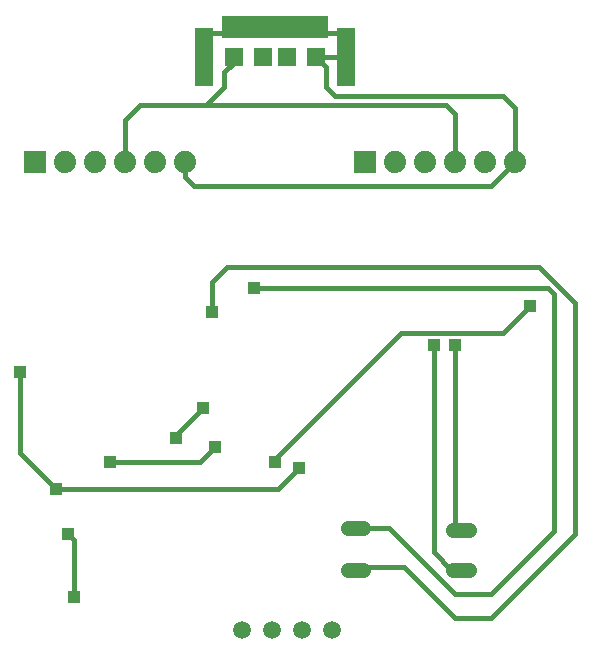
<source format=gbl>
G75*
%MOIN*%
%OFA0B0*%
%FSLAX25Y25*%
%IPPOS*%
%LPD*%
%AMOC8*
5,1,8,0,0,1.08239X$1,22.5*
%
%ADD10R,0.06299X0.19685*%
%ADD11R,0.05937X0.05937*%
%ADD12R,0.35433X0.07480*%
%ADD13C,0.05150*%
%ADD14R,0.07400X0.07400*%
%ADD15C,0.07400*%
%ADD16C,0.05937*%
%ADD17C,0.01600*%
%ADD18R,0.03962X0.03962*%
D10*
X0081848Y0225000D03*
X0129486Y0225000D03*
D11*
X0119446Y0225000D03*
X0109604Y0225000D03*
X0101730Y0225000D03*
X0091887Y0225000D03*
D12*
X0105667Y0235236D03*
D13*
X0129989Y0068260D02*
X0135139Y0068260D01*
X0135139Y0054323D02*
X0129989Y0054323D01*
X0165139Y0054323D02*
X0170289Y0054323D01*
X0170289Y0067472D02*
X0165139Y0067472D01*
D14*
X0135667Y0190000D03*
X0025667Y0190000D03*
D15*
X0035667Y0190000D03*
X0045667Y0190000D03*
X0055667Y0190000D03*
X0065667Y0190000D03*
X0075667Y0190000D03*
X0145667Y0190000D03*
X0155667Y0190000D03*
X0165667Y0190000D03*
X0175667Y0190000D03*
X0185667Y0190000D03*
D16*
X0124667Y0034000D03*
X0114667Y0034000D03*
X0104667Y0034000D03*
X0094667Y0034000D03*
D17*
X0135139Y0054323D02*
X0135816Y0055000D01*
X0148667Y0055000D01*
X0165667Y0038000D01*
X0177667Y0038000D01*
X0205667Y0066000D01*
X0205667Y0143000D01*
X0193667Y0155000D01*
X0089667Y0155000D01*
X0084667Y0150000D01*
X0084667Y0140000D01*
X0098667Y0148000D02*
X0196667Y0148000D01*
X0198667Y0146000D01*
X0198667Y0067000D01*
X0177667Y0046000D01*
X0165667Y0046000D01*
X0143667Y0068000D01*
X0135399Y0068000D01*
X0135139Y0068260D01*
X0113667Y0088000D02*
X0106667Y0081000D01*
X0032667Y0081000D01*
X0020667Y0093000D01*
X0020667Y0120000D01*
X0050667Y0090000D02*
X0080667Y0090000D01*
X0085667Y0095000D01*
X0072667Y0099000D02*
X0081667Y0108000D01*
X0072667Y0099000D02*
X0072667Y0098000D01*
X0105667Y0091000D02*
X0105667Y0090000D01*
X0105667Y0091000D02*
X0147667Y0133000D01*
X0181667Y0133000D01*
X0190667Y0142000D01*
X0165667Y0129000D02*
X0165667Y0067472D01*
X0165139Y0067472D01*
X0158667Y0060000D02*
X0158667Y0129000D01*
X0177667Y0182000D02*
X0185667Y0190000D01*
X0185667Y0208000D01*
X0181667Y0212000D01*
X0125667Y0212000D01*
X0122667Y0215000D01*
X0122667Y0221780D01*
X0119446Y0225000D01*
X0129667Y0225000D01*
X0129667Y0233000D01*
X0105667Y0233000D01*
X0105667Y0235236D01*
X0105903Y0235000D01*
X0092667Y0235000D01*
X0092667Y0233000D01*
X0081848Y0233000D01*
X0081848Y0225000D01*
X0088667Y0220000D02*
X0088667Y0215000D01*
X0082667Y0209000D01*
X0162667Y0209000D01*
X0165667Y0206000D01*
X0165667Y0190000D01*
X0177667Y0182000D02*
X0078667Y0182000D01*
X0075667Y0185000D01*
X0075667Y0190000D01*
X0082667Y0209000D02*
X0060667Y0209000D01*
X0055667Y0204000D01*
X0055667Y0190000D01*
X0088667Y0220000D02*
X0091887Y0223220D01*
X0091887Y0225000D01*
X0105903Y0235000D02*
X0118667Y0235000D01*
X0119446Y0234220D01*
X0119446Y0225000D02*
X0129486Y0225000D01*
X0129667Y0233000D02*
X0129667Y0234000D01*
X0036667Y0066000D02*
X0038667Y0064000D01*
X0038667Y0045000D01*
X0158667Y0060000D02*
X0164344Y0054323D01*
X0165139Y0054323D01*
D18*
X0038667Y0045000D03*
X0036667Y0066000D03*
X0032667Y0081000D03*
X0050667Y0090000D03*
X0072667Y0098000D03*
X0081667Y0108000D03*
X0085667Y0095000D03*
X0105667Y0090000D03*
X0113667Y0088000D03*
X0084667Y0140000D03*
X0098667Y0148000D03*
X0158667Y0129000D03*
X0165667Y0129000D03*
X0190667Y0142000D03*
X0020667Y0120000D03*
M02*

</source>
